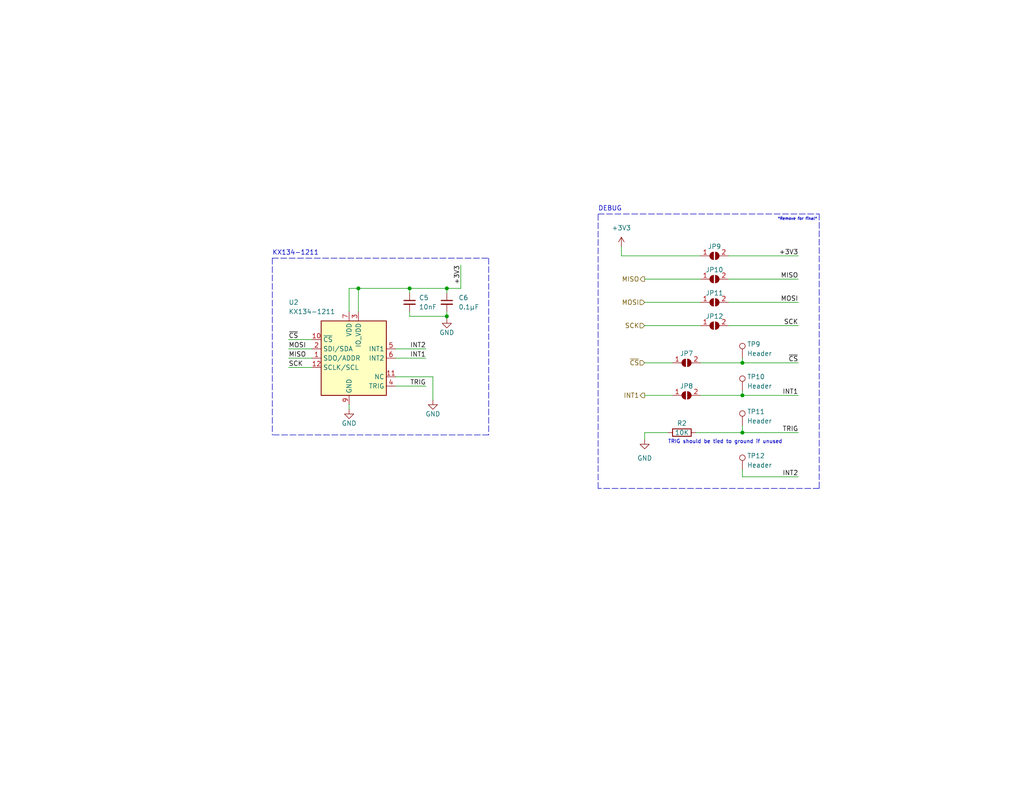
<source format=kicad_sch>
(kicad_sch (version 20211123) (generator eeschema)
  (paper "USLetter")
  (title_block (title "High G Accelerometer") (date "2022-08-06") (rev "V1.0 ") (company "Missouri S&T Rocket Design Team") (comment 1 "Seth Sievers"))
  (lib_symbols
    (symbol "Connector:TestPoint" (pin_numbers hide) (pin_names (offset 0.762) hide)
      (property "Reference" "TP" (at 0 6.858 0))
      (property "Value" "TestPoint" (at 0 5.08 0))
      (symbol "TestPoint_0_1"
        (circle (center 0 3.302) (radius 0.762))
      )
      (symbol "TestPoint_1_1"
        (pin passive line (at 0 0 90) (length 2.54) (name "1") (number "1"))
      )
    )
    (symbol "Device:C_Small" (pin_numbers hide) (pin_names (offset 0.254) hide)
      (property "Reference" "C" (at 0.254 1.778 0))
      (property "Value" "C_Small" (at 0.254 -2.032 0))
      (symbol "C_Small_0_1"
        (polyline (pts (xy -1.524 -0.508) (xy 1.524 -0.508)) (stroke (width 0.3302)))
        (polyline (pts (xy -1.524 0.508) (xy 1.524 0.508)) (stroke (width 0.3048)))
      )
      (symbol "C_Small_1_1"
        (pin passive line (at 0 2.54 270) (length 2.032) (name "~") (number "1"))
        (pin passive line (at 0 -2.54 90) (length 2.032) (name "~") (number "2"))
      )
    )
    (symbol "Device:R" (pin_numbers hide) (pin_names (offset 0))
      (property "Reference" "R" (at 2.032 0 90))
      (property "Value" "R" (at 0 0 90))
      (symbol "R_0_1"
        (rectangle (start -1.016 -2.54) (end 1.016 2.54) (stroke (width 0.254)))
      )
      (symbol "R_1_1"
        (pin passive line (at 0 3.81 270) (length 1.27) (name "~") (number "1"))
        (pin passive line (at 0 -3.81 90) (length 1.27) (name "~") (number "2"))
      )
    )
    (symbol "Jumper:SolderJumper_2_Open" (pin_names (offset 0) hide)
      (property "Reference" "JP" (at 0 2.032 0))
      (property "Value" "SolderJumper_2_Open" (at 0 -2.54 0))
      (symbol "SolderJumper_2_Open_0_1"
        (arc (start -0.254 1.016) (mid -1.27 0) (end -0.254 -1.016))
        (arc (start -0.254 1.016) (mid -1.27 0) (end -0.254 -1.016) (fill (type outline)))
        (polyline (pts (xy -0.254 1.016) (xy -0.254 -1.016)))
        (polyline (pts (xy 0.254 1.016) (xy 0.254 -1.016)))
        (arc (start 0.254 -1.016) (mid 1.27 0) (end 0.254 1.016))
        (arc (start 0.254 -1.016) (mid 1.27 0) (end 0.254 1.016) (fill (type outline)))
      )
      (symbol "SolderJumper_2_Open_1_1"
        (pin passive line (at -3.81 0 0) (length 2.54) (name "A") (number "1"))
        (pin passive line (at 3.81 0 180) (length 2.54) (name "B") (number "2"))
      )
    )
    (symbol "Sensor_Motion:KX122-1042"
      (property "Reference" "U" (at -5.08 11.43 0))
      (property "Value" "KX122-1042" (at 3.81 11.43 0))
      (symbol "KX122-1042_0_1"
        (rectangle (start -7.62 10.16) (end 10.16 -10.16) (stroke (width 0.254)) (fill (type background)))
      )
      (symbol "KX122-1042_1_1"
        (pin bidirectional line (at -10.16 0 0) (length 2.54) (name "SDO/ADDR") (number "1"))
        (pin input line (at -10.16 5.08 0) (length 2.54) (name "~{CS}") (number "10"))
        (pin passive line (at 12.7 -5.08 180) (length 2.54) (name "NC") (number "11"))
        (pin input line (at -10.16 -2.54 0) (length 2.54) (name "SCLK/SCL") (number "12"))
        (pin bidirectional line (at -10.16 2.54 0) (length 2.54) (name "SDI/SDA") (number "2"))
        (pin power_in line (at 2.54 12.7 270) (length 2.54) (name "IO_VDD") (number "3"))
        (pin input line (at 12.7 -7.62 180) (length 2.54) (name "TRIG") (number "4"))
        (pin output line (at 12.7 2.54 180) (length 2.54) (name "INT1") (number "5"))
        (pin output line (at 12.7 0 180) (length 2.54) (name "INT2") (number "6"))
        (pin power_in line (at 0 12.7 270) (length 2.54) (name "VDD") (number "7"))
        (pin power_in line (at 0 -12.7 90) (length 2.54) (name "GND") (number "9"))
      )
    )
    (symbol "power:+3V3" (power) (pin_names (offset 0))
      (property "Value" "+3V3" (at 0 3.556 0))
      (symbol "+3V3_0_1"
        (polyline (pts (xy -0.762 1.27) (xy 0 2.54)))
        (polyline (pts (xy 0 0) (xy 0 2.54)))
        (polyline (pts (xy 0 2.54) (xy 0.762 1.27)))
      )
      (symbol "+3V3_1_1"
        (pin power_in line (at 0 0 90) (length 0) hide (name "+3V3") (number "1"))
      )
    )
    (symbol "power:GND" (power) (pin_names (offset 0))
      (property "Value" "GND" (at 0 -3.81 0))
      (symbol "GND_0_1"
        (polyline (pts (xy 0 0) (xy 0 -1.27) (xy 1.27 -1.27) (xy 0 -2.54) (xy -1.27 -1.27) (xy 0 -1.27)))
      )
      (symbol "GND_1_1"
        (pin power_in line (at 0 0 270) (length 0) hide (name "GND") (number "1"))
      )
    )
  )
  (junction (at 121.92 86.36))
  (junction (at 111.76 78.74))
  (junction (at 202.565 107.95))
  (junction (at 202.565 118.11))
  (junction (at 121.92 78.74))
  (junction (at 202.565 99.06))
  (junction (at 97.79 78.74))
  (wire (pts (xy 118.11 102.87) (xy 118.11 109.22)))
  (wire (pts (xy 202.565 118.11) (xy 217.805 118.11)))
  (wire (pts (xy 175.895 118.11) (xy 182.245 118.11)))
  (wire (pts (xy 97.79 78.74) (xy 111.76 78.74)))
  (wire (pts (xy 107.95 97.79) (xy 116.205 97.79)))
  (wire (pts (xy 111.76 78.74) (xy 111.76 80.01)))
  (wire (pts (xy 121.92 80.01) (xy 121.92 78.74)))
  (wire (pts (xy 175.895 82.55) (xy 191.135 82.55)))
  (wire (pts (xy 175.895 88.9) (xy 191.135 88.9)))
  (wire (pts (xy 107.95 105.41) (xy 116.205 105.41)))
  (wire (pts (xy 111.76 85.09) (xy 111.76 86.36)))
  (wire (pts (xy 198.755 69.85) (xy 217.805 69.85)))
  (wire (pts (xy 191.135 99.06) (xy 202.565 99.06)))
  (wire (pts (xy 107.95 95.25) (xy 116.205 95.25)))
  (wire (pts (xy 78.74 100.33) (xy 85.09 100.33)))
  (polyline (pts (xy 223.52 133.35) (xy 163.195 133.35)))
  (wire (pts (xy 198.755 76.2) (xy 217.805 76.2)))
  (wire (pts (xy 202.565 130.175) (xy 217.805 130.175)))
  (polyline (pts (xy 133.35 70.485) (xy 133.35 118.745)))
  (wire (pts (xy 202.565 116.205) (xy 202.565 118.11)))
  (wire (pts (xy 191.135 107.95) (xy 202.565 107.95)))
  (wire (pts (xy 78.74 95.25) (xy 85.09 95.25)))
  (wire (pts (xy 121.92 78.74) (xy 111.76 78.74)))
  (wire (pts (xy 78.74 97.79) (xy 85.09 97.79)))
  (wire (pts (xy 175.895 118.11) (xy 175.895 120.015)))
  (wire (pts (xy 107.95 102.87) (xy 118.11 102.87)))
  (wire (pts (xy 111.76 86.36) (xy 121.92 86.36)))
  (wire (pts (xy 202.565 107.95) (xy 217.805 107.95)))
  (wire (pts (xy 202.565 99.06) (xy 217.805 99.06)))
  (wire (pts (xy 191.135 69.85) (xy 169.545 69.85)))
  (wire (pts (xy 95.25 110.49) (xy 95.25 111.76)))
  (wire (pts (xy 125.73 72.39) (xy 125.73 78.74)))
  (wire (pts (xy 175.895 99.06) (xy 183.515 99.06)))
  (wire (pts (xy 169.545 67.31) (xy 169.545 69.85)))
  (wire (pts (xy 95.25 78.74) (xy 97.79 78.74)))
  (wire (pts (xy 175.895 107.95) (xy 183.515 107.95)))
  (wire (pts (xy 95.25 78.74) (xy 95.25 85.09)))
  (wire (pts (xy 121.92 86.36) (xy 121.92 85.09)))
  (wire (pts (xy 121.92 86.36) (xy 121.92 86.995)))
  (polyline (pts (xy 163.195 58.42) (xy 223.52 58.42)))
  (polyline (pts (xy 74.295 70.485) (xy 74.295 118.745)))
  (wire (pts (xy 202.565 97.79) (xy 202.565 99.06)))
  (wire (pts (xy 189.865 118.11) (xy 202.565 118.11)))
  (polyline (pts (xy 223.52 58.42) (xy 223.52 133.35)))
  (wire (pts (xy 198.755 88.9) (xy 217.805 88.9)))
  (wire (pts (xy 97.79 78.74) (xy 97.79 85.09)))
  (polyline (pts (xy 74.295 70.485) (xy 133.35 70.485)))
  (wire (pts (xy 202.565 107.95) (xy 202.565 106.68)))
  (polyline (pts (xy 163.195 133.35) (xy 163.195 58.42)))
  (wire (pts (xy 78.74 92.71) (xy 85.09 92.71)))
  (wire (pts (xy 202.565 130.175) (xy 202.565 128.27)))
  (wire (pts (xy 125.73 78.74) (xy 121.92 78.74)))
  (wire (pts (xy 175.895 76.2) (xy 191.135 76.2)))
  (polyline (pts (xy 133.35 118.745) (xy 74.295 118.745)))
  (wire (pts (xy 198.755 82.55) (xy 217.805 82.55)))
  (text "*Remove for final*" (at 212.09 60.325 0) (effects (font (size 0.75 0.75) italic) (justify left bottom)))
  (text "TRIG should be tied to ground if unused" (at 182.245 121.285 0) (effects (font (size 1 1)) (justify left bottom)))
  (text "DEBUG" (at 163.195 57.785 0) (effects (font (size 1.27 1.27)) (justify left bottom)))
  (text "KX134-1211" (at 74.295 69.85 0) (effects (font (size 1.27 1.27)) (justify left bottom)))
  (label "~{CS}" (at 217.805 99.06 180))
  (label "MISO" (at 217.805 76.2 180))
  (label "MISO" (at 78.74 97.79 0))
  (label "SCK" (at 217.805 88.9 180))
  (label "TRIG" (at 217.805 118.11 180))
  (label "INT2" (at 116.205 95.25 180))
  (label "~{CS}" (at 78.74 92.71 0))
  (label "MOSI" (at 217.805 82.55 180))
  (label "INT2" (at 217.805 130.175 180))
  (label "INT1" (at 217.805 107.95 180))
  (label "SCK" (at 78.74 100.33 0))
  (label "TRIG" (at 116.205 105.41 180))
  (label "+3V3" (at 217.805 69.85 180))
  (label "INT1" (at 116.205 97.79 180))
  (label "+3V3" (at 125.73 72.39 270))
  (label "MOSI" (at 78.74 95.25 0))
  (hierarchical_label "MISO" (shape output) (at 175.895 76.2 180))
  (hierarchical_label "INT1" (shape output) (at 175.895 107.95 180))
  (hierarchical_label "SCK" (shape input) (at 175.895 88.9 180))
  (hierarchical_label "MOSI" (shape input) (at 175.895 82.55 180))
  (hierarchical_label "~{CS}" (shape input) (at 175.895 99.06 180))
  (symbol (lib_id "Device:C_Small") (at 121.92 82.55 0) (unit 1)
    (property "Reference" "C6" (at 125.095 81.2862 0) (effects (justify left)))
    (property "Value" "0.1μF" (at 125.095 83.8262 0) (effects (justify left)))
  )
  (symbol (lib_id "power:+3V3") (at 169.545 67.31 0) (unit 1)
    (property "Reference" "#PWR0108" (effects hide))
    (property "Value" "+3V3" (at 169.545 62.23 0))
  )
  (symbol (lib_id "power:GND") (at 95.25 111.76 0) (unit 1)
    (property "Reference" "#PWR0109" (effects hide))
    (property "Value" "GND" (at 95.25 115.57 0))
  )
  (symbol (lib_id "Jumper:SolderJumper_2_Open") (at 194.945 82.55 0) (unit 1)
    (property "Reference" "JP11" (at 194.945 80.01 0))
    (property "Value" "SolderJumper_2_Open" (effects hide))
    (property "Footprint" "Jumper:SolderJumper-2_P1.3mm_Open_RoundedPad1.0x1.5mm" (effects hide))
  )
  (symbol (lib_id "Jumper:SolderJumper_2_Open") (at 194.945 76.2 0) (unit 1)
    (property "Reference" "JP10" (at 194.945 73.66 0))
    (property "Value" "SolderJumper_2_Open" (effects hide))
    (property "Footprint" "Jumper:SolderJumper-2_P1.3mm_Open_RoundedPad1.0x1.5mm" (effects hide))
  )
  (symbol (lib_id "Connector:TestPoint") (at 202.565 106.68 0) (unit 1)
    (property "Reference" "TP10" (at 203.835 102.87 0) (effects (justify left)))
    (property "Value" "Header" (at 203.835 105.41 0) (effects (justify left)))
    (property "Footprint" "Connector_PinHeader_2.54mm:PinHeader_1x01_P2.54mm_Vertical" (effects hide))
  )
  (symbol (lib_id "Sensor_Motion:KX122-1042") (at 95.25 97.79 0) (unit 1)
    (property "Reference" "U2" (at 78.74 82.55 0) (effects (justify left)))
    (property "Value" "KX134-1211" (at 78.74 85.09 0) (effects (justify left)))
    (property "Footprint" "Package_LGA:LGA-12_2x2mm_P0.5mm" (effects hide))
    (property "Datasheet" "https://kionixfs.kionix.com/en/document/AN101-Getting-Started.pdf" (effects hide))
    (property "Digikey" "https://www.digikey.com/en/products/detail/rohm-semiconductor/KX134-1211/10488055?s=N4IgTCBcDaINYA8CMBmALCAugXyA" (effects hide))
  )
  (symbol (lib_id "power:GND") (at 118.11 109.22 0) (unit 1)
    (property "Reference" "#PWR0105" (effects hide))
    (property "Value" "GND" (at 118.11 113.03 0))
  )
  (symbol (lib_id "Jumper:SolderJumper_2_Open") (at 194.945 88.9 0) (unit 1)
    (property "Reference" "JP12" (at 194.945 86.36 0))
    (property "Value" "SolderJumper_2_Open" (effects hide))
    (property "Footprint" "Jumper:SolderJumper-2_P1.3mm_Open_RoundedPad1.0x1.5mm" (effects hide))
  )
  (symbol (lib_id "Connector:TestPoint") (at 202.565 97.79 0) (unit 1)
    (property "Reference" "TP9" (at 203.835 93.98 0) (effects (justify left)))
    (property "Value" "Header" (at 203.835 96.52 0) (effects (justify left)))
    (property "Footprint" "Connector_PinHeader_2.54mm:PinHeader_1x01_P2.54mm_Vertical" (effects hide))
  )
  (symbol (lib_id "Connector:TestPoint") (at 202.565 128.27 0) (unit 1)
    (property "Reference" "TP12" (at 203.835 124.46 0) (effects (justify left)))
    (property "Value" "Header" (at 203.835 127 0) (effects (justify left)))
    (property "Footprint" "Connector_PinHeader_2.54mm:PinHeader_1x01_P2.54mm_Vertical" (effects hide))
  )
  (symbol (lib_id "Device:R") (at 186.055 118.11 90) (unit 1)
    (property "Reference" "R2" (at 186.055 115.57 90))
    (property "Value" "10K" (at 186.055 118.11 90))
  )
  (symbol (lib_id "Jumper:SolderJumper_2_Open") (at 187.325 99.06 0) (unit 1)
    (property "Reference" "JP7" (at 187.325 96.52 0))
    (property "Value" "SolderJumper_2_Open" (effects hide))
    (property "Footprint" "Jumper:SolderJumper-2_P1.3mm_Open_RoundedPad1.0x1.5mm" (effects hide))
  )
  (symbol (lib_id "Jumper:SolderJumper_2_Open") (at 194.945 69.85 0) (unit 1)
    (property "Reference" "JP9" (at 194.945 67.31 0))
    (property "Value" "SolderJumper_2_Open" (effects hide))
    (property "Footprint" "Jumper:SolderJumper-2_P1.3mm_Open_RoundedPad1.0x1.5mm" (effects hide))
  )
  (symbol (lib_id "power:GND") (at 175.895 120.015 0) (unit 1)
    (property "Reference" "#PWR0107" (effects hide))
    (property "Value" "GND" (at 175.895 125.095 0))
  )
  (symbol (lib_id "Device:C_Small") (at 111.76 82.55 0) (unit 1)
    (property "Reference" "C5" (at 114.3 81.2862 0) (effects (justify left)))
    (property "Value" "10nF" (at 114.3 83.8262 0) (effects (justify left)))
  )
  (symbol (lib_id "Connector:TestPoint") (at 202.565 116.205 0) (unit 1)
    (property "Reference" "TP11" (at 203.835 112.395 0) (effects (justify left)))
    (property "Value" "Header" (at 203.835 114.935 0) (effects (justify left)))
    (property "Footprint" "Connector_PinHeader_2.54mm:PinHeader_1x01_P2.54mm_Vertical" (effects hide))
  )
  (symbol (lib_id "power:GND") (at 121.92 86.995 0) (unit 1)
    (property "Reference" "#PWR0106" (effects hide))
    (property "Value" "GND" (at 121.92 90.805 0))
  )
  (symbol (lib_id "Jumper:SolderJumper_2_Open") (at 187.325 107.95 0) (unit 1)
    (property "Reference" "JP8" (at 187.325 105.41 0))
    (property "Value" "SolderJumper_2_Open" (effects hide))
    (property "Footprint" "Jumper:SolderJumper-2_P1.3mm_Open_RoundedPad1.0x1.5mm" (effects hide))
  )
)
</source>
